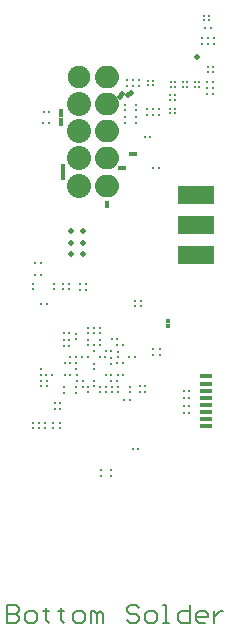
<source format=gbs>
%FSLAX25Y25*%
%MOIN*%
G70*
G01*
G75*
G04 Layer_Color=16711935*
%ADD10R,0.05906X0.05118*%
G04:AMPARAMS|DCode=11|XSize=25.59mil|YSize=23.62mil|CornerRadius=5.91mil|HoleSize=0mil|Usage=FLASHONLY|Rotation=180.000|XOffset=0mil|YOffset=0mil|HoleType=Round|Shape=RoundedRectangle|*
%AMROUNDEDRECTD11*
21,1,0.02559,0.01181,0,0,180.0*
21,1,0.01378,0.02362,0,0,180.0*
1,1,0.01181,-0.00689,0.00591*
1,1,0.01181,0.00689,0.00591*
1,1,0.01181,0.00689,-0.00591*
1,1,0.01181,-0.00689,-0.00591*
%
%ADD11ROUNDEDRECTD11*%
G04:AMPARAMS|DCode=12|XSize=25.59mil|YSize=23.62mil|CornerRadius=5.91mil|HoleSize=0mil|Usage=FLASHONLY|Rotation=270.000|XOffset=0mil|YOffset=0mil|HoleType=Round|Shape=RoundedRectangle|*
%AMROUNDEDRECTD12*
21,1,0.02559,0.01181,0,0,270.0*
21,1,0.01378,0.02362,0,0,270.0*
1,1,0.01181,-0.00591,-0.00689*
1,1,0.01181,-0.00591,0.00689*
1,1,0.01181,0.00591,0.00689*
1,1,0.01181,0.00591,-0.00689*
%
%ADD12ROUNDEDRECTD12*%
%ADD13R,0.00866X0.01024*%
%ADD14R,0.01024X0.00866*%
%ADD15R,0.05118X0.05906*%
G04:AMPARAMS|DCode=16|XSize=15.75mil|YSize=17.72mil|CornerRadius=3.94mil|HoleSize=0mil|Usage=FLASHONLY|Rotation=180.000|XOffset=0mil|YOffset=0mil|HoleType=Round|Shape=RoundedRectangle|*
%AMROUNDEDRECTD16*
21,1,0.01575,0.00984,0,0,180.0*
21,1,0.00787,0.01772,0,0,180.0*
1,1,0.00787,-0.00394,0.00492*
1,1,0.00787,0.00394,0.00492*
1,1,0.00787,0.00394,-0.00492*
1,1,0.00787,-0.00394,-0.00492*
%
%ADD16ROUNDEDRECTD16*%
%ADD17C,0.00984*%
%ADD18R,0.02756X0.01575*%
%ADD19R,0.02362X0.01969*%
%ADD20R,0.01654X0.01811*%
%ADD21R,0.03937X0.04331*%
%ADD22R,0.01575X0.02756*%
G04:AMPARAMS|DCode=23|XSize=15.75mil|YSize=17.72mil|CornerRadius=3.94mil|HoleSize=0mil|Usage=FLASHONLY|Rotation=270.000|XOffset=0mil|YOffset=0mil|HoleType=Round|Shape=RoundedRectangle|*
%AMROUNDEDRECTD23*
21,1,0.01575,0.00984,0,0,270.0*
21,1,0.00787,0.01772,0,0,270.0*
1,1,0.00787,-0.00492,-0.00394*
1,1,0.00787,-0.00492,0.00394*
1,1,0.00787,0.00492,0.00394*
1,1,0.00787,0.00492,-0.00394*
%
%ADD23ROUNDEDRECTD23*%
%ADD24R,0.01811X0.01654*%
%ADD25O,0.03347X0.01102*%
%ADD26O,0.01102X0.03347*%
%ADD27R,0.01181X0.01181*%
%ADD28R,0.06496X0.17323*%
%ADD29R,0.02559X0.00984*%
%ADD30R,0.01772X0.01772*%
%ADD31C,0.01082*%
%ADD32R,0.02658X0.00984*%
%ADD33R,0.02402X0.05591*%
%ADD34R,0.09843X0.06299*%
%ADD35R,0.00984X0.01969*%
G04:AMPARAMS|DCode=36|XSize=70.87mil|YSize=51.18mil|CornerRadius=12.8mil|HoleSize=0mil|Usage=FLASHONLY|Rotation=0.000|XOffset=0mil|YOffset=0mil|HoleType=Round|Shape=RoundedRectangle|*
%AMROUNDEDRECTD36*
21,1,0.07087,0.02559,0,0,0.0*
21,1,0.04528,0.05118,0,0,0.0*
1,1,0.02559,0.02264,-0.01280*
1,1,0.02559,-0.02264,-0.01280*
1,1,0.02559,-0.02264,0.01280*
1,1,0.02559,0.02264,0.01280*
%
%ADD36ROUNDEDRECTD36*%
%ADD37C,0.01181*%
%ADD38R,0.01181X0.03937*%
%ADD39R,0.09449X0.01181*%
%ADD40R,0.05512X0.06693*%
%ADD41R,0.01000X0.11811*%
%ADD42R,0.03937X0.01000*%
%ADD43R,0.11811X0.01000*%
%ADD44R,0.01969X0.03937*%
%ADD45R,0.03937X0.01969*%
%ADD46R,0.02362X0.02756*%
%ADD47R,0.01969X0.04724*%
%ADD48C,0.00800*%
%ADD49C,0.00500*%
%ADD50C,0.01000*%
%ADD51C,0.00400*%
%ADD52C,0.01200*%
%ADD53C,0.01500*%
%ADD54C,0.00900*%
%ADD55C,0.00600*%
%ADD56C,0.02000*%
%ADD57C,0.00700*%
%ADD58O,0.08000X0.07500*%
%ADD59C,0.07480*%
%ADD60C,0.08000*%
%ADD61C,0.01200*%
%ADD62C,0.01969*%
%ADD63C,0.08200*%
%ADD64C,0.02200*%
%ADD65C,0.02600*%
%ADD66C,0.01024*%
%ADD67C,0.00807*%
%ADD68R,0.12000X0.06000*%
%ADD69R,0.03937X0.01575*%
%ADD70R,0.00886X0.00709*%
G04:AMPARAMS|DCode=71|XSize=8.86mil|YSize=7.09mil|CornerRadius=0mil|HoleSize=0mil|Usage=FLASHONLY|Rotation=135.000|XOffset=0mil|YOffset=0mil|HoleType=Round|Shape=Rectangle|*
%AMROTATEDRECTD71*
4,1,4,0.00564,-0.00063,0.00063,-0.00564,-0.00564,0.00063,-0.00063,0.00564,0.00564,-0.00063,0.0*
%
%ADD71ROTATEDRECTD71*%

%ADD72R,0.00709X0.00886*%
%ADD73R,0.03228X0.05197*%
%ADD74R,0.03228X0.05197*%
%ADD75R,0.00906X0.03543*%
%ADD76C,0.01339*%
%ADD77C,0.00394*%
%ADD78C,0.00984*%
%ADD79C,0.00591*%
%ADD80C,0.00197*%
%ADD81C,0.00098*%
%ADD82C,0.00472*%
%ADD83C,0.00787*%
%ADD84R,0.01824X0.01666*%
%ADD85R,0.01666X0.01824*%
%ADD86C,0.02000*%
%ADD87R,0.01686X0.01509*%
G04:AMPARAMS|DCode=88|XSize=16.86mil|YSize=15.09mil|CornerRadius=0mil|HoleSize=0mil|Usage=FLASHONLY|Rotation=135.000|XOffset=0mil|YOffset=0mil|HoleType=Round|Shape=Rectangle|*
%AMROTATEDRECTD88*
4,1,4,0.01129,-0.00063,0.00063,-0.01129,-0.01129,0.00063,-0.00063,0.01129,0.01129,-0.00063,0.0*
%
%ADD88ROTATEDRECTD88*%

%ADD89R,0.01509X0.01686*%
D13*
X2854Y65827D02*
D03*
Y67638D02*
D03*
X15000Y65895D02*
D03*
Y67706D02*
D03*
X9900D02*
D03*
Y65895D02*
D03*
X37100Y127406D02*
D03*
Y125594D02*
D03*
X33500D02*
D03*
Y127406D02*
D03*
X5400Y39206D02*
D03*
Y37394D02*
D03*
X5000Y21406D02*
D03*
Y19594D02*
D03*
X7000D02*
D03*
Y21406D02*
D03*
X12000D02*
D03*
Y19594D02*
D03*
X7600Y35306D02*
D03*
Y33494D02*
D03*
X5400D02*
D03*
Y35306D02*
D03*
X3000Y21406D02*
D03*
Y19594D02*
D03*
X9500Y21406D02*
D03*
Y19594D02*
D03*
X37100Y121395D02*
D03*
Y123205D02*
D03*
X33500Y123205D02*
D03*
Y121395D02*
D03*
X13000Y65895D02*
D03*
Y67706D02*
D03*
X25197Y47165D02*
D03*
Y48976D02*
D03*
X21100Y49005D02*
D03*
Y47194D02*
D03*
X17217Y49147D02*
D03*
Y50958D02*
D03*
X25117Y51147D02*
D03*
Y52957D02*
D03*
X23117D02*
D03*
Y51147D02*
D03*
X21167D02*
D03*
Y52957D02*
D03*
X23117Y47157D02*
D03*
Y45347D02*
D03*
X31117Y45057D02*
D03*
Y43246D02*
D03*
X42900Y45805D02*
D03*
Y43995D02*
D03*
X45200D02*
D03*
Y45805D02*
D03*
X17368Y39271D02*
D03*
Y41082D02*
D03*
X28800Y3695D02*
D03*
Y5505D02*
D03*
X25700D02*
D03*
Y3695D02*
D03*
X17400Y37205D02*
D03*
Y35394D02*
D03*
X23117Y41058D02*
D03*
Y39246D02*
D03*
X29232Y33274D02*
D03*
Y31463D02*
D03*
X27255Y31437D02*
D03*
Y33248D02*
D03*
X13100Y31394D02*
D03*
Y33206D02*
D03*
X23300Y35405D02*
D03*
Y33595D02*
D03*
X28969Y41071D02*
D03*
Y42882D02*
D03*
X25300Y33305D02*
D03*
Y31495D02*
D03*
X19400Y33395D02*
D03*
Y35206D02*
D03*
X21358Y33374D02*
D03*
Y31563D02*
D03*
X17200Y31394D02*
D03*
Y33206D02*
D03*
X35200Y31594D02*
D03*
Y33406D02*
D03*
X31200Y33305D02*
D03*
Y31495D02*
D03*
X38800Y60194D02*
D03*
Y62006D02*
D03*
X36900D02*
D03*
Y60194D02*
D03*
D14*
X60295Y152900D02*
D03*
X62106D02*
D03*
X8200Y124900D02*
D03*
X6389D02*
D03*
X6289Y121100D02*
D03*
X8100D02*
D03*
X18695Y65600D02*
D03*
X20505D02*
D03*
X5406Y74700D02*
D03*
X3594D02*
D03*
X53095Y32000D02*
D03*
X54905D02*
D03*
X53095Y24500D02*
D03*
X54905D02*
D03*
Y27000D02*
D03*
X53095D02*
D03*
Y29500D02*
D03*
X54905D02*
D03*
X5685Y60835D02*
D03*
X7496D02*
D03*
X42006Y116500D02*
D03*
X40194D02*
D03*
X44805Y106100D02*
D03*
X42994D02*
D03*
X36094Y12500D02*
D03*
X37905D02*
D03*
X9181Y37303D02*
D03*
X7370D02*
D03*
X10194Y25900D02*
D03*
X12005D02*
D03*
X18695Y67600D02*
D03*
X20505D02*
D03*
X13194Y51100D02*
D03*
X15006D02*
D03*
X13212Y47052D02*
D03*
X15023D02*
D03*
X36805Y43200D02*
D03*
X34995D02*
D03*
X29212Y49252D02*
D03*
X31023D02*
D03*
X13212Y49052D02*
D03*
X15023D02*
D03*
X31012Y47152D02*
D03*
X32823D02*
D03*
X26923Y43152D02*
D03*
X25112D02*
D03*
X21174Y43176D02*
D03*
X19363D02*
D03*
X29016Y45079D02*
D03*
X27205D02*
D03*
X15312Y43252D02*
D03*
X17123D02*
D03*
X40205Y33500D02*
D03*
X38394D02*
D03*
Y31500D02*
D03*
X40205D02*
D03*
X12005Y28000D02*
D03*
X10194D02*
D03*
X15223Y37252D02*
D03*
X13412D02*
D03*
X30830Y35335D02*
D03*
X29019D02*
D03*
X32923Y37352D02*
D03*
X31112D02*
D03*
X35116Y28930D02*
D03*
X33305D02*
D03*
X27112Y37352D02*
D03*
X28923D02*
D03*
X31012Y41152D02*
D03*
X32823D02*
D03*
X15205Y41200D02*
D03*
X13395D02*
D03*
X3594Y70500D02*
D03*
X5406D02*
D03*
D48*
X-5906Y-39277D02*
Y-45276D01*
X-2906D01*
X-1907Y-44276D01*
Y-43276D01*
X-2906Y-42277D01*
X-5906D01*
X-2906D01*
X-1907Y-41277D01*
Y-40277D01*
X-2906Y-39277D01*
X-5906D01*
X1092Y-45276D02*
X3092D01*
X4091Y-44276D01*
Y-42277D01*
X3092Y-41277D01*
X1092D01*
X93Y-42277D01*
Y-44276D01*
X1092Y-45276D01*
X7090Y-40277D02*
Y-41277D01*
X6091D01*
X8090D01*
X7090D01*
Y-44276D01*
X8090Y-45276D01*
X12089Y-40277D02*
Y-41277D01*
X11089D01*
X13088D01*
X12089D01*
Y-44276D01*
X13088Y-45276D01*
X17087D02*
X19086D01*
X20086Y-44276D01*
Y-42277D01*
X19086Y-41277D01*
X17087D01*
X16087Y-42277D01*
Y-44276D01*
X17087Y-45276D01*
X22085D02*
Y-41277D01*
X23085D01*
X24085Y-42277D01*
Y-45276D01*
Y-42277D01*
X25084Y-41277D01*
X26084Y-42277D01*
Y-45276D01*
X38080Y-40277D02*
X37081Y-39277D01*
X35081D01*
X34082Y-40277D01*
Y-41277D01*
X35081Y-42277D01*
X37081D01*
X38080Y-43276D01*
Y-44276D01*
X37081Y-45276D01*
X35081D01*
X34082Y-44276D01*
X41079Y-45276D02*
X43079D01*
X44078Y-44276D01*
Y-42277D01*
X43079Y-41277D01*
X41079D01*
X40080Y-42277D01*
Y-44276D01*
X41079Y-45276D01*
X46078D02*
X48077D01*
X47077D01*
Y-39277D01*
X46078D01*
X55075D02*
Y-45276D01*
X52076D01*
X51076Y-44276D01*
Y-42277D01*
X52076Y-41277D01*
X55075D01*
X60073Y-45276D02*
X58074D01*
X57074Y-44276D01*
Y-42277D01*
X58074Y-41277D01*
X60073D01*
X61073Y-42277D01*
Y-43276D01*
X57074D01*
X63072Y-41277D02*
Y-45276D01*
Y-43276D01*
X64072Y-42277D01*
X65071Y-41277D01*
X66071D01*
D58*
X27386Y100370D02*
D03*
Y109425D02*
D03*
Y118480D02*
D03*
Y127535D02*
D03*
Y136590D02*
D03*
D59*
X18331D02*
D03*
D60*
Y127535D02*
D03*
Y118480D02*
D03*
Y109425D02*
D03*
Y100370D02*
D03*
D62*
X15649Y85335D02*
D03*
Y81398D02*
D03*
Y77461D02*
D03*
X19586Y85335D02*
D03*
Y81398D02*
D03*
Y77461D02*
D03*
D66*
X59131Y147716D02*
D03*
X61100D02*
D03*
X63068D02*
D03*
X59131Y149684D02*
D03*
X61100D02*
D03*
X63068D02*
D03*
X38269Y135484D02*
D03*
X36300D02*
D03*
X34332D02*
D03*
X38269Y133516D02*
D03*
X36300D02*
D03*
X34332D02*
D03*
X61016Y134968D02*
D03*
Y133000D02*
D03*
Y131032D02*
D03*
X62984Y134968D02*
D03*
Y133000D02*
D03*
Y131032D02*
D03*
X41032Y124016D02*
D03*
X43000D02*
D03*
X44969D02*
D03*
X41032Y125984D02*
D03*
X43000D02*
D03*
X44969D02*
D03*
D67*
X61587Y156987D02*
D03*
X60013D02*
D03*
X61587Y155413D02*
D03*
X60013D02*
D03*
X52713Y133213D02*
D03*
X54287D02*
D03*
X52713Y134787D02*
D03*
X54287D02*
D03*
X61213Y138213D02*
D03*
X62787D02*
D03*
X61213Y139787D02*
D03*
X62787D02*
D03*
X50187Y124413D02*
D03*
Y125987D02*
D03*
X48613Y124413D02*
D03*
Y125987D02*
D03*
Y128913D02*
D03*
X50187D02*
D03*
X48613Y130487D02*
D03*
X50187D02*
D03*
X42787Y133813D02*
D03*
Y135387D02*
D03*
X41213Y133813D02*
D03*
Y135387D02*
D03*
X50287Y134787D02*
D03*
X48713D02*
D03*
X50287Y133213D02*
D03*
X48713D02*
D03*
X58287D02*
D03*
Y134787D02*
D03*
X56713Y133213D02*
D03*
Y134787D02*
D03*
D68*
X57181Y77400D02*
D03*
Y87400D02*
D03*
Y97400D02*
D03*
D69*
X60400Y20232D02*
D03*
Y22594D02*
D03*
Y24957D02*
D03*
Y27319D02*
D03*
Y36768D02*
D03*
Y34405D02*
D03*
Y29681D02*
D03*
Y32043D02*
D03*
D85*
X47800Y55405D02*
D03*
Y53594D02*
D03*
D86*
X57600Y143300D02*
D03*
D87*
X27386Y93445D02*
D03*
Y94705D02*
D03*
X12100Y122291D02*
D03*
Y121031D02*
D03*
X12100Y125130D02*
D03*
Y123870D02*
D03*
X12800Y104091D02*
D03*
Y102831D02*
D03*
Y106969D02*
D03*
Y105709D02*
D03*
D88*
X32609Y130909D02*
D03*
X31719Y130019D02*
D03*
X35500Y131400D02*
D03*
X34609Y130509D02*
D03*
D89*
X33091Y106400D02*
D03*
X31831D02*
D03*
X36730Y111000D02*
D03*
X35470D02*
D03*
M02*

</source>
